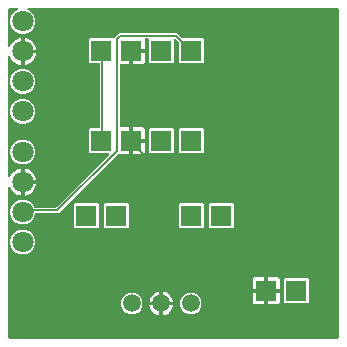
<source format=gbr>
G04 EAGLE Gerber RS-274X export*
G75*
%MOMM*%
%FSLAX34Y34*%
%LPD*%
%INBottom Copper*%
%IPPOS*%
%AMOC8*
5,1,8,0,0,1.08239X$1,22.5*%
G01*
%ADD10C,1.800000*%
%ADD11R,1.800000X1.800000*%
%ADD12C,1.508000*%
%ADD13C,0.152400*%

G36*
X289098Y10164D02*
X289098Y10164D01*
X289117Y10162D01*
X289219Y10184D01*
X289321Y10200D01*
X289338Y10210D01*
X289358Y10214D01*
X289447Y10267D01*
X289538Y10316D01*
X289552Y10330D01*
X289569Y10340D01*
X289636Y10419D01*
X289708Y10494D01*
X289716Y10512D01*
X289729Y10527D01*
X289768Y10623D01*
X289811Y10717D01*
X289813Y10737D01*
X289821Y10755D01*
X289839Y10922D01*
X289839Y289078D01*
X289836Y289098D01*
X289838Y289117D01*
X289816Y289219D01*
X289800Y289321D01*
X289790Y289338D01*
X289786Y289358D01*
X289733Y289447D01*
X289684Y289538D01*
X289670Y289552D01*
X289660Y289569D01*
X289581Y289636D01*
X289506Y289708D01*
X289488Y289716D01*
X289473Y289729D01*
X289377Y289768D01*
X289283Y289811D01*
X289263Y289813D01*
X289245Y289821D01*
X289078Y289839D01*
X26972Y289839D01*
X26876Y289824D01*
X26779Y289814D01*
X26755Y289804D01*
X26729Y289800D01*
X26643Y289754D01*
X26554Y289714D01*
X26535Y289697D01*
X26512Y289684D01*
X26445Y289614D01*
X26373Y289548D01*
X26360Y289525D01*
X26342Y289506D01*
X26301Y289418D01*
X26254Y289332D01*
X26250Y289307D01*
X26239Y289283D01*
X26228Y289186D01*
X26211Y289090D01*
X26214Y289064D01*
X26212Y289039D01*
X26232Y288943D01*
X26246Y288847D01*
X26258Y288824D01*
X26264Y288798D01*
X26314Y288715D01*
X26358Y288628D01*
X26377Y288609D01*
X26390Y288587D01*
X26464Y288524D01*
X26533Y288456D01*
X26562Y288440D01*
X26577Y288427D01*
X26608Y288415D01*
X26680Y288375D01*
X28352Y287682D01*
X31312Y284722D01*
X32915Y280853D01*
X32915Y276667D01*
X31312Y272798D01*
X28352Y269838D01*
X24483Y268235D01*
X20297Y268235D01*
X16428Y269838D01*
X13468Y272798D01*
X11865Y276667D01*
X11865Y280853D01*
X13468Y284722D01*
X16428Y287682D01*
X18100Y288375D01*
X18183Y288426D01*
X18268Y288472D01*
X18286Y288490D01*
X18309Y288504D01*
X18371Y288580D01*
X18438Y288650D01*
X18449Y288674D01*
X18465Y288694D01*
X18500Y288785D01*
X18541Y288873D01*
X18544Y288899D01*
X18554Y288923D01*
X18558Y289021D01*
X18568Y289117D01*
X18563Y289143D01*
X18564Y289169D01*
X18537Y289263D01*
X18516Y289358D01*
X18503Y289380D01*
X18496Y289405D01*
X18440Y289485D01*
X18390Y289569D01*
X18370Y289586D01*
X18355Y289607D01*
X18277Y289666D01*
X18203Y289729D01*
X18179Y289739D01*
X18158Y289754D01*
X18065Y289784D01*
X17975Y289821D01*
X17943Y289824D01*
X17924Y289830D01*
X17891Y289830D01*
X17808Y289839D01*
X10922Y289839D01*
X10902Y289836D01*
X10883Y289838D01*
X10781Y289816D01*
X10679Y289800D01*
X10662Y289790D01*
X10642Y289786D01*
X10553Y289733D01*
X10462Y289684D01*
X10448Y289670D01*
X10431Y289660D01*
X10364Y289581D01*
X10292Y289506D01*
X10284Y289488D01*
X10271Y289473D01*
X10232Y289377D01*
X10189Y289283D01*
X10187Y289263D01*
X10179Y289245D01*
X10161Y289078D01*
X10161Y257875D01*
X10161Y257871D01*
X10161Y257867D01*
X10181Y257748D01*
X10200Y257632D01*
X10202Y257629D01*
X10203Y257625D01*
X10260Y257519D01*
X10316Y257415D01*
X10318Y257412D01*
X10320Y257409D01*
X10408Y257327D01*
X10494Y257246D01*
X10498Y257244D01*
X10501Y257241D01*
X10609Y257192D01*
X10717Y257142D01*
X10721Y257142D01*
X10725Y257140D01*
X10845Y257128D01*
X10961Y257115D01*
X10965Y257116D01*
X10969Y257115D01*
X11085Y257142D01*
X11202Y257167D01*
X11205Y257169D01*
X11209Y257170D01*
X11310Y257232D01*
X11413Y257293D01*
X11416Y257296D01*
X11419Y257298D01*
X11495Y257389D01*
X11573Y257480D01*
X11574Y257484D01*
X11577Y257487D01*
X11646Y257640D01*
X11695Y257790D01*
X12519Y259409D01*
X13587Y260878D01*
X14872Y262163D01*
X16341Y263231D01*
X17960Y264055D01*
X19688Y264617D01*
X20867Y264803D01*
X20867Y254122D01*
X20870Y254102D01*
X20868Y254083D01*
X20890Y253981D01*
X20907Y253879D01*
X20916Y253862D01*
X20920Y253842D01*
X20973Y253753D01*
X21022Y253662D01*
X21036Y253648D01*
X21046Y253631D01*
X21125Y253564D01*
X21200Y253493D01*
X21218Y253484D01*
X21233Y253471D01*
X21329Y253433D01*
X21423Y253389D01*
X21443Y253387D01*
X21461Y253379D01*
X21628Y253361D01*
X22391Y253361D01*
X22391Y253359D01*
X21628Y253359D01*
X21608Y253356D01*
X21589Y253358D01*
X21487Y253336D01*
X21385Y253319D01*
X21368Y253310D01*
X21348Y253306D01*
X21259Y253253D01*
X21168Y253204D01*
X21154Y253190D01*
X21137Y253180D01*
X21070Y253101D01*
X20999Y253026D01*
X20990Y253008D01*
X20977Y252993D01*
X20938Y252897D01*
X20895Y252803D01*
X20893Y252783D01*
X20885Y252765D01*
X20867Y252598D01*
X20867Y241917D01*
X19688Y242103D01*
X17960Y242665D01*
X16341Y243489D01*
X14872Y244557D01*
X13587Y245842D01*
X12519Y247311D01*
X11695Y248930D01*
X11646Y249080D01*
X11644Y249084D01*
X11643Y249088D01*
X11589Y249191D01*
X11533Y249299D01*
X11530Y249302D01*
X11528Y249305D01*
X11443Y249386D01*
X11357Y249470D01*
X11353Y249472D01*
X11350Y249474D01*
X11242Y249524D01*
X11135Y249576D01*
X11131Y249576D01*
X11127Y249578D01*
X11009Y249591D01*
X10890Y249606D01*
X10887Y249605D01*
X10883Y249605D01*
X10765Y249580D01*
X10650Y249556D01*
X10646Y249554D01*
X10642Y249553D01*
X10540Y249492D01*
X10437Y249432D01*
X10434Y249429D01*
X10431Y249427D01*
X10353Y249336D01*
X10275Y249247D01*
X10274Y249243D01*
X10271Y249240D01*
X10226Y249128D01*
X10181Y249019D01*
X10181Y249015D01*
X10179Y249012D01*
X10161Y248845D01*
X10161Y147385D01*
X10161Y147381D01*
X10161Y147377D01*
X10181Y147259D01*
X10200Y147142D01*
X10202Y147139D01*
X10203Y147135D01*
X10260Y147030D01*
X10316Y146925D01*
X10318Y146922D01*
X10320Y146919D01*
X10408Y146837D01*
X10494Y146756D01*
X10498Y146754D01*
X10501Y146751D01*
X10609Y146702D01*
X10717Y146652D01*
X10721Y146651D01*
X10725Y146650D01*
X10845Y146638D01*
X10961Y146625D01*
X10965Y146626D01*
X10969Y146625D01*
X11086Y146652D01*
X11202Y146677D01*
X11205Y146679D01*
X11209Y146680D01*
X11310Y146742D01*
X11413Y146803D01*
X11416Y146806D01*
X11419Y146808D01*
X11496Y146900D01*
X11573Y146990D01*
X11574Y146994D01*
X11577Y146997D01*
X11646Y147150D01*
X11695Y147300D01*
X12519Y148919D01*
X13587Y150388D01*
X14872Y151673D01*
X16341Y152741D01*
X17960Y153565D01*
X19688Y154127D01*
X20867Y154313D01*
X20867Y143632D01*
X20870Y143612D01*
X20868Y143593D01*
X20890Y143491D01*
X20907Y143389D01*
X20916Y143372D01*
X20920Y143352D01*
X20973Y143263D01*
X21022Y143172D01*
X21036Y143158D01*
X21046Y143141D01*
X21125Y143074D01*
X21200Y143003D01*
X21218Y142994D01*
X21233Y142981D01*
X21329Y142943D01*
X21423Y142899D01*
X21443Y142897D01*
X21461Y142889D01*
X21628Y142871D01*
X22391Y142871D01*
X22391Y142869D01*
X21628Y142869D01*
X21608Y142866D01*
X21589Y142868D01*
X21487Y142846D01*
X21385Y142829D01*
X21368Y142820D01*
X21348Y142816D01*
X21259Y142763D01*
X21168Y142714D01*
X21154Y142700D01*
X21137Y142690D01*
X21070Y142611D01*
X20999Y142536D01*
X20990Y142518D01*
X20977Y142503D01*
X20938Y142407D01*
X20895Y142313D01*
X20893Y142293D01*
X20885Y142275D01*
X20867Y142108D01*
X20867Y131427D01*
X19688Y131613D01*
X17960Y132175D01*
X16341Y132999D01*
X14872Y134067D01*
X13587Y135352D01*
X12519Y136821D01*
X11695Y138440D01*
X11646Y138590D01*
X11644Y138594D01*
X11643Y138598D01*
X11588Y138702D01*
X11533Y138809D01*
X11530Y138812D01*
X11528Y138815D01*
X11442Y138897D01*
X11357Y138980D01*
X11353Y138982D01*
X11350Y138984D01*
X11242Y139034D01*
X11135Y139086D01*
X11131Y139086D01*
X11127Y139088D01*
X11009Y139101D01*
X10891Y139116D01*
X10887Y139115D01*
X10883Y139115D01*
X10766Y139090D01*
X10650Y139066D01*
X10646Y139064D01*
X10642Y139063D01*
X10539Y139002D01*
X10437Y138942D01*
X10435Y138939D01*
X10431Y138937D01*
X10352Y138845D01*
X10275Y138757D01*
X10274Y138753D01*
X10271Y138750D01*
X10226Y138637D01*
X10181Y138529D01*
X10181Y138525D01*
X10179Y138522D01*
X10161Y138355D01*
X10161Y10922D01*
X10164Y10902D01*
X10162Y10883D01*
X10184Y10781D01*
X10200Y10679D01*
X10210Y10662D01*
X10214Y10642D01*
X10267Y10553D01*
X10316Y10462D01*
X10330Y10448D01*
X10340Y10431D01*
X10419Y10364D01*
X10494Y10292D01*
X10512Y10284D01*
X10527Y10271D01*
X10623Y10232D01*
X10717Y10189D01*
X10737Y10187D01*
X10755Y10179D01*
X10922Y10161D01*
X289078Y10161D01*
X289098Y10164D01*
G37*
%LPC*%
G36*
X20297Y106945D02*
X20297Y106945D01*
X16428Y108548D01*
X13468Y111508D01*
X11865Y115377D01*
X11865Y119563D01*
X13468Y123432D01*
X16428Y126392D01*
X20297Y127995D01*
X24483Y127995D01*
X28352Y126392D01*
X31312Y123432D01*
X32059Y121629D01*
X32121Y121529D01*
X32181Y121429D01*
X32186Y121425D01*
X32189Y121420D01*
X32279Y121345D01*
X32368Y121269D01*
X32374Y121267D01*
X32378Y121263D01*
X32487Y121221D01*
X32596Y121177D01*
X32603Y121176D01*
X32608Y121175D01*
X32626Y121174D01*
X32763Y121159D01*
X50553Y121159D01*
X50644Y121173D01*
X50734Y121181D01*
X50764Y121193D01*
X50796Y121198D01*
X50877Y121241D01*
X50961Y121277D01*
X50993Y121303D01*
X51014Y121314D01*
X51036Y121337D01*
X51092Y121382D01*
X95686Y165976D01*
X95728Y166034D01*
X95777Y166086D01*
X95799Y166133D01*
X95829Y166175D01*
X95850Y166244D01*
X95881Y166309D01*
X95886Y166361D01*
X95902Y166411D01*
X95900Y166482D01*
X95908Y166553D01*
X95897Y166604D01*
X95895Y166656D01*
X95871Y166724D01*
X95856Y166794D01*
X95829Y166839D01*
X95811Y166887D01*
X95766Y166943D01*
X95729Y167005D01*
X95690Y167039D01*
X95657Y167079D01*
X95597Y167118D01*
X95542Y167165D01*
X95494Y167184D01*
X95450Y167212D01*
X95381Y167230D01*
X95314Y167257D01*
X95243Y167265D01*
X95212Y167273D01*
X95188Y167271D01*
X95148Y167275D01*
X79268Y167275D01*
X78375Y168168D01*
X78375Y187432D01*
X79268Y188325D01*
X86868Y188325D01*
X86888Y188328D01*
X86907Y188326D01*
X87009Y188348D01*
X87111Y188364D01*
X87128Y188374D01*
X87148Y188378D01*
X87237Y188431D01*
X87328Y188480D01*
X87342Y188494D01*
X87359Y188504D01*
X87426Y188583D01*
X87498Y188658D01*
X87506Y188676D01*
X87519Y188691D01*
X87558Y188787D01*
X87601Y188881D01*
X87603Y188901D01*
X87611Y188919D01*
X87629Y189086D01*
X87629Y242714D01*
X87626Y242734D01*
X87628Y242753D01*
X87606Y242855D01*
X87590Y242957D01*
X87580Y242974D01*
X87576Y242994D01*
X87523Y243083D01*
X87474Y243174D01*
X87460Y243188D01*
X87450Y243205D01*
X87371Y243272D01*
X87296Y243344D01*
X87278Y243352D01*
X87263Y243365D01*
X87167Y243404D01*
X87073Y243447D01*
X87053Y243449D01*
X87035Y243457D01*
X86868Y243475D01*
X79268Y243475D01*
X78375Y244368D01*
X78375Y263632D01*
X79268Y264525D01*
X98532Y264525D01*
X98601Y264455D01*
X98617Y264444D01*
X98630Y264428D01*
X98717Y264372D01*
X98801Y264312D01*
X98820Y264306D01*
X98836Y264295D01*
X98937Y264270D01*
X99036Y264239D01*
X99056Y264240D01*
X99075Y264235D01*
X99178Y264243D01*
X99282Y264246D01*
X99300Y264253D01*
X99320Y264254D01*
X99415Y264295D01*
X99513Y264330D01*
X99528Y264343D01*
X99547Y264351D01*
X99677Y264455D01*
X102646Y267424D01*
X104209Y268987D01*
X153347Y268987D01*
X157586Y264748D01*
X157660Y264695D01*
X157730Y264635D01*
X157760Y264623D01*
X157786Y264604D01*
X157873Y264577D01*
X157958Y264543D01*
X157999Y264539D01*
X158021Y264532D01*
X158053Y264533D01*
X158124Y264525D01*
X174732Y264525D01*
X175625Y263632D01*
X175625Y244368D01*
X174732Y243475D01*
X155468Y243475D01*
X154575Y244368D01*
X154575Y260976D01*
X154561Y261066D01*
X154553Y261157D01*
X154541Y261186D01*
X154536Y261218D01*
X154493Y261299D01*
X154457Y261383D01*
X154431Y261415D01*
X154420Y261436D01*
X154397Y261458D01*
X154352Y261514D01*
X151676Y264190D01*
X151602Y264243D01*
X151532Y264303D01*
X151502Y264315D01*
X151476Y264334D01*
X151389Y264361D01*
X151304Y264395D01*
X151263Y264399D01*
X151241Y264406D01*
X151209Y264405D01*
X151137Y264413D01*
X150986Y264413D01*
X150966Y264410D01*
X150947Y264412D01*
X150845Y264390D01*
X150743Y264374D01*
X150726Y264364D01*
X150706Y264360D01*
X150617Y264307D01*
X150526Y264258D01*
X150512Y264244D01*
X150495Y264234D01*
X150428Y264155D01*
X150356Y264080D01*
X150348Y264062D01*
X150335Y264047D01*
X150296Y263951D01*
X150253Y263857D01*
X150251Y263837D01*
X150243Y263819D01*
X150225Y263652D01*
X150225Y244368D01*
X149332Y243475D01*
X130068Y243475D01*
X129175Y244368D01*
X129175Y263652D01*
X129172Y263672D01*
X129174Y263691D01*
X129152Y263793D01*
X129136Y263895D01*
X129126Y263912D01*
X129122Y263932D01*
X129069Y264021D01*
X129020Y264112D01*
X129006Y264126D01*
X128996Y264143D01*
X128917Y264210D01*
X128842Y264282D01*
X128824Y264290D01*
X128809Y264303D01*
X128713Y264342D01*
X128619Y264385D01*
X128599Y264387D01*
X128581Y264395D01*
X128414Y264413D01*
X126544Y264413D01*
X126428Y264394D01*
X126309Y264376D01*
X126305Y264374D01*
X126301Y264374D01*
X126197Y264318D01*
X126090Y264263D01*
X126087Y264260D01*
X126084Y264258D01*
X126002Y264172D01*
X125919Y264087D01*
X125917Y264083D01*
X125914Y264080D01*
X125864Y263972D01*
X125813Y263865D01*
X125812Y263861D01*
X125811Y263857D01*
X125798Y263740D01*
X125783Y263621D01*
X125784Y263616D01*
X125784Y263613D01*
X125786Y263599D01*
X125808Y263455D01*
X125841Y263335D01*
X125841Y255523D01*
X115062Y255523D01*
X115042Y255520D01*
X115023Y255522D01*
X114921Y255500D01*
X114819Y255483D01*
X114802Y255474D01*
X114782Y255470D01*
X114693Y255417D01*
X114602Y255368D01*
X114588Y255354D01*
X114571Y255344D01*
X114504Y255265D01*
X114433Y255190D01*
X114424Y255172D01*
X114411Y255157D01*
X114373Y255061D01*
X114329Y254967D01*
X114327Y254947D01*
X114319Y254929D01*
X114301Y254762D01*
X114301Y253999D01*
X113538Y253999D01*
X113518Y253996D01*
X113499Y253998D01*
X113397Y253976D01*
X113295Y253959D01*
X113278Y253950D01*
X113258Y253946D01*
X113169Y253893D01*
X113078Y253844D01*
X113064Y253830D01*
X113047Y253820D01*
X112980Y253741D01*
X112909Y253666D01*
X112900Y253648D01*
X112887Y253633D01*
X112848Y253537D01*
X112805Y253443D01*
X112803Y253423D01*
X112795Y253405D01*
X112777Y253238D01*
X112777Y242459D01*
X105156Y242459D01*
X105136Y242456D01*
X105117Y242458D01*
X105015Y242436D01*
X104913Y242420D01*
X104896Y242410D01*
X104876Y242406D01*
X104787Y242353D01*
X104696Y242304D01*
X104682Y242290D01*
X104665Y242280D01*
X104598Y242201D01*
X104526Y242126D01*
X104518Y242108D01*
X104505Y242093D01*
X104466Y241997D01*
X104423Y241903D01*
X104421Y241883D01*
X104413Y241865D01*
X104395Y241698D01*
X104395Y190102D01*
X104398Y190082D01*
X104396Y190063D01*
X104418Y189961D01*
X104434Y189859D01*
X104444Y189842D01*
X104448Y189822D01*
X104501Y189733D01*
X104550Y189642D01*
X104564Y189628D01*
X104574Y189611D01*
X104653Y189544D01*
X104728Y189472D01*
X104746Y189464D01*
X104761Y189451D01*
X104857Y189412D01*
X104951Y189369D01*
X104971Y189367D01*
X104989Y189359D01*
X105156Y189341D01*
X112777Y189341D01*
X112777Y178562D01*
X112780Y178542D01*
X112778Y178523D01*
X112800Y178421D01*
X112817Y178319D01*
X112826Y178302D01*
X112830Y178282D01*
X112883Y178193D01*
X112932Y178102D01*
X112946Y178088D01*
X112956Y178071D01*
X113035Y178004D01*
X113110Y177933D01*
X113128Y177924D01*
X113143Y177911D01*
X113239Y177873D01*
X113333Y177829D01*
X113353Y177827D01*
X113371Y177819D01*
X113538Y177801D01*
X114301Y177801D01*
X114301Y177799D01*
X113538Y177799D01*
X113518Y177796D01*
X113499Y177798D01*
X113397Y177776D01*
X113295Y177759D01*
X113278Y177750D01*
X113258Y177746D01*
X113169Y177693D01*
X113078Y177644D01*
X113064Y177630D01*
X113047Y177620D01*
X112980Y177541D01*
X112909Y177466D01*
X112900Y177448D01*
X112887Y177433D01*
X112848Y177337D01*
X112805Y177243D01*
X112803Y177223D01*
X112795Y177205D01*
X112777Y177038D01*
X112777Y166259D01*
X104966Y166259D01*
X104319Y166432D01*
X103742Y166766D01*
X103701Y166781D01*
X103664Y166805D01*
X103586Y166825D01*
X103512Y166853D01*
X103468Y166854D01*
X103425Y166865D01*
X103346Y166859D01*
X103266Y166862D01*
X103224Y166849D01*
X103180Y166846D01*
X103107Y166815D01*
X103030Y166792D01*
X102994Y166767D01*
X102954Y166750D01*
X102840Y166659D01*
X102829Y166651D01*
X102827Y166648D01*
X102823Y166645D01*
X52763Y116585D01*
X33676Y116585D01*
X33656Y116582D01*
X33637Y116584D01*
X33535Y116562D01*
X33433Y116546D01*
X33416Y116536D01*
X33396Y116532D01*
X33307Y116479D01*
X33216Y116430D01*
X33202Y116416D01*
X33185Y116406D01*
X33118Y116327D01*
X33046Y116252D01*
X33038Y116234D01*
X33025Y116219D01*
X32986Y116123D01*
X32943Y116029D01*
X32941Y116009D01*
X32933Y115991D01*
X32915Y115824D01*
X32915Y115377D01*
X31312Y111508D01*
X28352Y108548D01*
X24483Y106945D01*
X20297Y106945D01*
G37*
%LPD*%
%LPC*%
G36*
X155468Y167275D02*
X155468Y167275D01*
X154575Y168168D01*
X154575Y187432D01*
X155468Y188325D01*
X174732Y188325D01*
X175625Y187432D01*
X175625Y168168D01*
X174732Y167275D01*
X155468Y167275D01*
G37*
%LPD*%
%LPC*%
G36*
X130068Y167275D02*
X130068Y167275D01*
X129175Y168168D01*
X129175Y187432D01*
X130068Y188325D01*
X149332Y188325D01*
X150225Y187432D01*
X150225Y168168D01*
X149332Y167275D01*
X130068Y167275D01*
G37*
%LPD*%
%LPC*%
G36*
X180868Y103775D02*
X180868Y103775D01*
X179975Y104668D01*
X179975Y123932D01*
X180868Y124825D01*
X200132Y124825D01*
X201025Y123932D01*
X201025Y104668D01*
X200132Y103775D01*
X180868Y103775D01*
G37*
%LPD*%
%LPC*%
G36*
X155468Y103775D02*
X155468Y103775D01*
X154575Y104668D01*
X154575Y123932D01*
X155468Y124825D01*
X174732Y124825D01*
X175625Y123932D01*
X175625Y104668D01*
X174732Y103775D01*
X155468Y103775D01*
G37*
%LPD*%
%LPC*%
G36*
X91968Y103775D02*
X91968Y103775D01*
X91075Y104668D01*
X91075Y123932D01*
X91968Y124825D01*
X111232Y124825D01*
X112125Y123932D01*
X112125Y104668D01*
X111232Y103775D01*
X91968Y103775D01*
G37*
%LPD*%
%LPC*%
G36*
X66568Y103775D02*
X66568Y103775D01*
X65675Y104668D01*
X65675Y123932D01*
X66568Y124825D01*
X85832Y124825D01*
X86725Y123932D01*
X86725Y104668D01*
X85832Y103775D01*
X66568Y103775D01*
G37*
%LPD*%
%LPC*%
G36*
X244368Y40275D02*
X244368Y40275D01*
X243475Y41168D01*
X243475Y60432D01*
X244368Y61325D01*
X263632Y61325D01*
X264525Y60432D01*
X264525Y41168D01*
X263632Y40275D01*
X244368Y40275D01*
G37*
%LPD*%
%LPC*%
G36*
X20297Y217435D02*
X20297Y217435D01*
X16428Y219038D01*
X13468Y221998D01*
X11865Y225867D01*
X11865Y230053D01*
X13468Y233922D01*
X16428Y236882D01*
X20297Y238485D01*
X24483Y238485D01*
X28352Y236882D01*
X31312Y233922D01*
X32915Y230053D01*
X32915Y225867D01*
X31312Y221998D01*
X28352Y219038D01*
X24483Y217435D01*
X20297Y217435D01*
G37*
%LPD*%
%LPC*%
G36*
X20297Y192035D02*
X20297Y192035D01*
X16428Y193638D01*
X13468Y196598D01*
X11865Y200467D01*
X11865Y204653D01*
X13468Y208522D01*
X16428Y211482D01*
X20297Y213085D01*
X24483Y213085D01*
X28352Y211482D01*
X31312Y208522D01*
X32915Y204653D01*
X32915Y200467D01*
X31312Y196598D01*
X28352Y193638D01*
X24483Y192035D01*
X20297Y192035D01*
G37*
%LPD*%
%LPC*%
G36*
X20297Y157745D02*
X20297Y157745D01*
X16428Y159348D01*
X13468Y162308D01*
X11865Y166177D01*
X11865Y170363D01*
X13468Y174232D01*
X16428Y177192D01*
X20297Y178795D01*
X24483Y178795D01*
X28352Y177192D01*
X31312Y174232D01*
X32915Y170363D01*
X32915Y166177D01*
X31312Y162308D01*
X28352Y159348D01*
X24483Y157745D01*
X20297Y157745D01*
G37*
%LPD*%
%LPC*%
G36*
X20297Y81545D02*
X20297Y81545D01*
X16428Y83148D01*
X13468Y86108D01*
X11865Y89977D01*
X11865Y94163D01*
X13468Y98032D01*
X16428Y100992D01*
X20297Y102595D01*
X24483Y102595D01*
X28352Y100992D01*
X31312Y98032D01*
X32915Y94163D01*
X32915Y89977D01*
X31312Y86108D01*
X28352Y83148D01*
X24483Y81545D01*
X20297Y81545D01*
G37*
%LPD*%
%LPC*%
G36*
X162897Y30935D02*
X162897Y30935D01*
X159565Y32315D01*
X157015Y34865D01*
X155635Y38197D01*
X155635Y41803D01*
X157015Y45135D01*
X159565Y47685D01*
X162897Y49065D01*
X166503Y49065D01*
X169835Y47685D01*
X172385Y45135D01*
X173765Y41803D01*
X173765Y38197D01*
X172385Y34865D01*
X169835Y32315D01*
X166503Y30935D01*
X162897Y30935D01*
G37*
%LPD*%
%LPC*%
G36*
X112897Y30935D02*
X112897Y30935D01*
X109565Y32315D01*
X107015Y34865D01*
X105635Y38197D01*
X105635Y41803D01*
X107015Y45135D01*
X109565Y47685D01*
X112897Y49065D01*
X116503Y49065D01*
X119835Y47685D01*
X122385Y45135D01*
X123765Y41803D01*
X123765Y38197D01*
X122385Y34865D01*
X119835Y32315D01*
X116503Y30935D01*
X112897Y30935D01*
G37*
%LPD*%
%LPC*%
G36*
X115823Y179323D02*
X115823Y179323D01*
X115823Y189341D01*
X123634Y189341D01*
X124281Y189168D01*
X124860Y188833D01*
X125333Y188360D01*
X125668Y187781D01*
X125841Y187134D01*
X125841Y179323D01*
X115823Y179323D01*
G37*
%LPD*%
%LPC*%
G36*
X230123Y52323D02*
X230123Y52323D01*
X230123Y62341D01*
X237934Y62341D01*
X238581Y62168D01*
X239160Y61833D01*
X239633Y61360D01*
X239968Y60781D01*
X240141Y60134D01*
X240141Y52323D01*
X230123Y52323D01*
G37*
%LPD*%
%LPC*%
G36*
X217059Y52323D02*
X217059Y52323D01*
X217059Y60134D01*
X217232Y60781D01*
X217567Y61360D01*
X218040Y61833D01*
X218619Y62168D01*
X219266Y62341D01*
X227077Y62341D01*
X227077Y52323D01*
X217059Y52323D01*
G37*
%LPD*%
%LPC*%
G36*
X115823Y242459D02*
X115823Y242459D01*
X115823Y252477D01*
X125841Y252477D01*
X125841Y244665D01*
X125668Y244019D01*
X125333Y243440D01*
X124860Y242967D01*
X124281Y242632D01*
X123634Y242459D01*
X115823Y242459D01*
G37*
%LPD*%
%LPC*%
G36*
X115823Y166259D02*
X115823Y166259D01*
X115823Y176277D01*
X125841Y176277D01*
X125841Y168466D01*
X125668Y167819D01*
X125333Y167240D01*
X124860Y166767D01*
X124281Y166432D01*
X123634Y166259D01*
X115823Y166259D01*
G37*
%LPD*%
%LPC*%
G36*
X230123Y39259D02*
X230123Y39259D01*
X230123Y49277D01*
X240141Y49277D01*
X240141Y41466D01*
X239968Y40819D01*
X239633Y40240D01*
X239160Y39767D01*
X238581Y39432D01*
X237934Y39259D01*
X230123Y39259D01*
G37*
%LPD*%
%LPC*%
G36*
X219266Y39259D02*
X219266Y39259D01*
X218619Y39432D01*
X218040Y39767D01*
X217567Y40240D01*
X217232Y40819D01*
X217059Y41466D01*
X217059Y49277D01*
X227077Y49277D01*
X227077Y39259D01*
X219266Y39259D01*
G37*
%LPD*%
%LPC*%
G36*
X23913Y254883D02*
X23913Y254883D01*
X23913Y264803D01*
X25092Y264617D01*
X26820Y264055D01*
X28439Y263231D01*
X29908Y262163D01*
X31193Y260878D01*
X32261Y259409D01*
X33085Y257790D01*
X33647Y256062D01*
X33833Y254883D01*
X23913Y254883D01*
G37*
%LPD*%
%LPC*%
G36*
X23913Y144393D02*
X23913Y144393D01*
X23913Y154313D01*
X25092Y154127D01*
X26820Y153565D01*
X28439Y152741D01*
X29908Y151673D01*
X31193Y150388D01*
X32261Y148919D01*
X33085Y147300D01*
X33647Y145572D01*
X33833Y144393D01*
X23913Y144393D01*
G37*
%LPD*%
%LPC*%
G36*
X23913Y251837D02*
X23913Y251837D01*
X33833Y251837D01*
X33647Y250658D01*
X33085Y248930D01*
X32261Y247311D01*
X31193Y245842D01*
X29908Y244557D01*
X28439Y243489D01*
X26820Y242665D01*
X25092Y242103D01*
X23913Y241917D01*
X23913Y251837D01*
G37*
%LPD*%
%LPC*%
G36*
X23913Y141347D02*
X23913Y141347D01*
X33833Y141347D01*
X33647Y140168D01*
X33085Y138440D01*
X32261Y136821D01*
X31193Y135352D01*
X29908Y134067D01*
X28439Y132999D01*
X26820Y132175D01*
X25092Y131613D01*
X23913Y131427D01*
X23913Y141347D01*
G37*
%LPD*%
%LPC*%
G36*
X141223Y41523D02*
X141223Y41523D01*
X141223Y49965D01*
X142061Y49833D01*
X143570Y49342D01*
X144983Y48622D01*
X146267Y47689D01*
X147389Y46567D01*
X148322Y45283D01*
X149042Y43870D01*
X149533Y42361D01*
X149665Y41523D01*
X141223Y41523D01*
G37*
%LPD*%
%LPC*%
G36*
X129735Y41523D02*
X129735Y41523D01*
X129867Y42361D01*
X130358Y43870D01*
X131078Y45283D01*
X132011Y46567D01*
X133133Y47689D01*
X134417Y48622D01*
X135830Y49342D01*
X137339Y49833D01*
X138177Y49965D01*
X138177Y41523D01*
X129735Y41523D01*
G37*
%LPD*%
%LPC*%
G36*
X141223Y38477D02*
X141223Y38477D01*
X149665Y38477D01*
X149533Y37639D01*
X149042Y36130D01*
X148322Y34717D01*
X147389Y33433D01*
X146267Y32311D01*
X144983Y31378D01*
X143570Y30658D01*
X142061Y30167D01*
X141223Y30035D01*
X141223Y38477D01*
G37*
%LPD*%
%LPC*%
G36*
X137339Y30167D02*
X137339Y30167D01*
X135830Y30658D01*
X134417Y31378D01*
X133133Y32311D01*
X132011Y33433D01*
X131078Y34717D01*
X130358Y36130D01*
X129867Y37639D01*
X129735Y38477D01*
X138177Y38477D01*
X138177Y30035D01*
X137339Y30167D01*
G37*
%LPD*%
%LPC*%
G36*
X228599Y50799D02*
X228599Y50799D01*
X228599Y50801D01*
X228601Y50801D01*
X228601Y50799D01*
X228599Y50799D01*
G37*
%LPD*%
%LPC*%
G36*
X139699Y39999D02*
X139699Y39999D01*
X139699Y40001D01*
X139701Y40001D01*
X139701Y39999D01*
X139699Y39999D01*
G37*
%LPD*%
D10*
X22390Y168270D03*
X22390Y142870D03*
X22390Y117470D03*
X22390Y92070D03*
X22390Y278760D03*
X22390Y253360D03*
X22390Y227960D03*
X22390Y202560D03*
D11*
X254000Y50800D03*
X228600Y50800D03*
D12*
X139700Y40000D03*
X164700Y40000D03*
X114700Y40000D03*
D11*
X165100Y254000D03*
X139700Y254000D03*
X88900Y254000D03*
X114300Y254000D03*
X165100Y177800D03*
X139700Y177800D03*
X88900Y177800D03*
X114300Y177800D03*
X101600Y114300D03*
X76200Y114300D03*
X190500Y114300D03*
X165100Y114300D03*
D13*
X51816Y118872D02*
X22860Y118872D01*
X51816Y118872D02*
X102108Y169164D01*
X102108Y263652D01*
X105156Y266700D01*
X152400Y266700D01*
X165100Y254000D01*
X22860Y118872D02*
X22390Y117470D01*
X89916Y178308D02*
X89916Y252984D01*
X89916Y178308D02*
X88900Y177800D01*
X89916Y252984D02*
X88900Y254000D01*
X138684Y152400D02*
X138684Y41148D01*
X138684Y152400D02*
X114300Y176784D01*
X138684Y41148D02*
X139700Y40000D01*
X114300Y176784D02*
X114300Y177800D01*
X114300Y254000D01*
M02*

</source>
